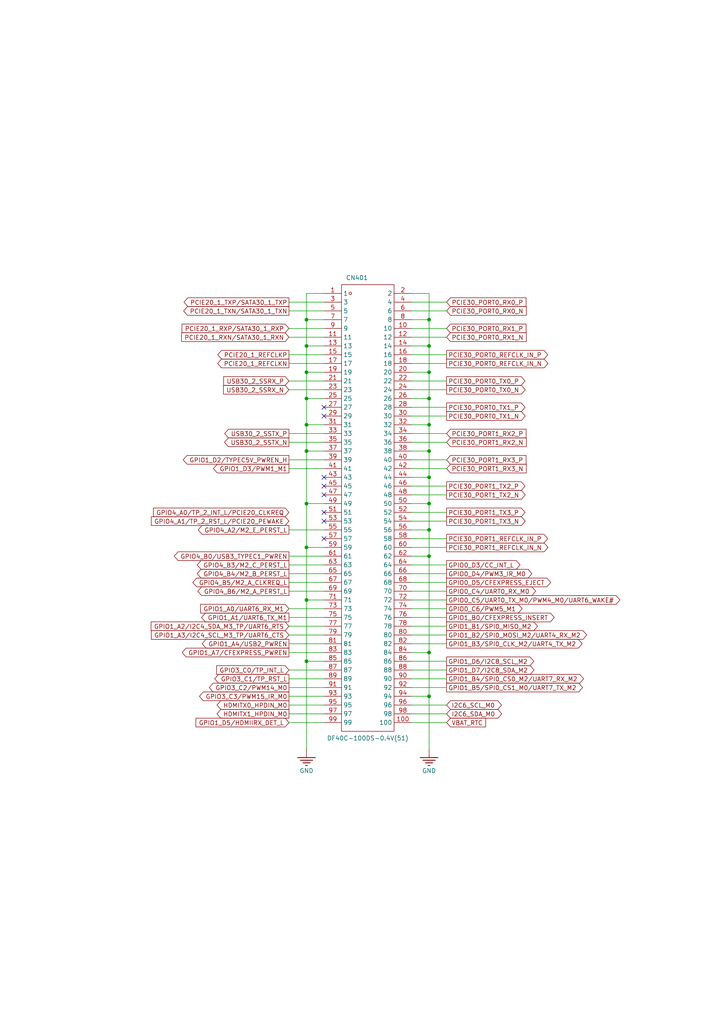
<source format=kicad_sch>
(kicad_sch (version 20250114) (generator "eeschema") (generator_version "9.0")
  (paper "A4" portrait)
  (lib_symbols
    (symbol "mainboard:DF40C-100DS-0.4V(51)"
      (symbol "DF40C-100DS-0.4V(51)_1_0"
        (rectangle (start -7.62 63.5) (end 7.62 -66.04))
        (circle (center -5.08 60.96) (radius 0.381))
        (pin input line (at -12.7 60.96 0) (length 5.08) (name "1") (number "1"))
        (pin input line (at -12.7 58.42 0) (length 5.08) (name "3") (number "3"))
        (pin input line (at -12.7 55.88 0) (length 5.08) (name "5") (number "5"))
        (pin input line (at -12.7 53.34 0) (length 5.08) (name "7") (number "7"))
        (pin input line (at -12.7 50.8 0) (length 5.08) (name "9") (number "9"))
        (pin input line (at -12.7 48.26 0) (length 5.08) (name "11") (number "11"))
        (pin input line (at -12.7 45.72 0) (length 5.08) (name "13") (number "13"))
        (pin input line (at -12.7 43.18 0) (length 5.08) (name "15") (number "15"))
        (pin input line (at -12.7 40.64 0) (length 5.08) (name "17") (number "17"))
        (pin input line (at -12.7 38.1 0) (length 5.08) (name "19") (number "19"))
        (pin input line (at -12.7 35.56 0) (length 5.08) (name "21") (number "21"))
        (pin input line (at -12.7 33.02 0) (length 5.08) (name "23") (number "23"))
        (pin input line (at -12.7 30.48 0) (length 5.08) (name "25") (number "25"))
        (pin input line (at -12.7 27.94 0) (length 5.08) (name "27") (number "27"))
        (pin input line (at -12.7 25.4 0) (length 5.08) (name "29") (number "29"))
        (pin input line (at -12.7 22.86 0) (length 5.08) (name "31") (number "31"))
        (pin input line (at -12.7 20.32 0) (length 5.08) (name "33") (number "33"))
        (pin input line (at -12.7 17.78 0) (length 5.08) (name "35") (number "35"))
        (pin input line (at -12.7 15.24 0) (length 5.08) (name "37") (number "37"))
        (pin input line (at -12.7 12.7 0) (length 5.08) (name "39") (number "39"))
        (pin input line (at -12.7 10.16 0) (length 5.08) (name "41") (number "41"))
        (pin input line (at -12.7 7.62 0) (length 5.08) (name "43") (number "43"))
        (pin input line (at -12.7 5.08 0) (length 5.08) (name "45") (number "45"))
        (pin input line (at -12.7 2.54 0) (length 5.08) (name "47") (number "47"))
        (pin input line (at -12.7 0 0) (length 5.08) (name "49") (number "49"))
        (pin input line (at -12.7 -2.54 0) (length 5.08) (name "51") (number "51"))
        (pin input line (at -12.7 -5.08 0) (length 5.08) (name "53") (number "53"))
        (pin input line (at -12.7 -7.62 0) (length 5.08) (name "55") (number "55"))
        (pin input line (at -12.7 -10.16 0) (length 5.08) (name "57") (number "57"))
        (pin input line (at -12.7 -12.7 0) (length 5.08) (name "59") (number "59"))
        (pin input line (at -12.7 -15.24 0) (length 5.08) (name "61") (number "61"))
        (pin input line (at -12.7 -17.78 0) (length 5.08) (name "63") (number "63"))
        (pin input line (at -12.7 -20.32 0) (length 5.08) (name "65") (number "65"))
        (pin input line (at -12.7 -22.86 0) (length 5.08) (name "67") (number "67"))
        (pin input line (at -12.7 -25.4 0) (length 5.08) (name "69") (number "69"))
        (pin input line (at -12.7 -27.94 0) (length 5.08) (name "71") (number "71"))
        (pin input line (at -12.7 -30.48 0) (length 5.08) (name "73") (number "73"))
        (pin input line (at -12.7 -33.02 0) (length 5.08) (name "75") (number "75"))
        (pin input line (at -12.7 -35.56 0) (length 5.08) (name "77") (number "77"))
        (pin input line (at -12.7 -38.1 0) (length 5.08) (name "79") (number "79"))
        (pin input line (at -12.7 -40.64 0) (length 5.08) (name "81") (number "81"))
        (pin input line (at -12.7 -43.18 0) (length 5.08) (name "83") (number "83"))
        (pin input line (at -12.7 -45.72 0) (length 5.08) (name "85") (number "85"))
        (pin input line (at -12.7 -48.26 0) (length 5.08) (name "87") (number "87"))
        (pin input line (at -12.7 -50.8 0) (length 5.08) (name "89") (number "89"))
        (pin input line (at -12.7 -53.34 0) (length 5.08) (name "91") (number "91"))
        (pin input line (at -12.7 -55.88 0) (length 5.08) (name "93") (number "93"))
        (pin input line (at -12.7 -58.42 0) (length 5.08) (name "95") (number "95"))
        (pin input line (at -12.7 -60.96 0) (length 5.08) (name "97") (number "97"))
        (pin input line (at -12.7 -63.5 0) (length 5.08) (name "99") (number "99"))
        (pin input line (at 12.7 60.96 180) (length 5.08) (name "2") (number "2"))
        (pin input line (at 12.7 58.42 180) (length 5.08) (name "4") (number "4"))
        (pin input line (at 12.7 55.88 180) (length 5.08) (name "6") (number "6"))
        (pin input line (at 12.7 53.34 180) (length 5.08) (name "8") (number "8"))
        (pin input line (at 12.7 50.8 180) (length 5.08) (name "10") (number "10"))
        (pin input line (at 12.7 48.26 180) (length 5.08) (name "12") (number "12"))
        (pin input line (at 12.7 45.72 180) (length 5.08) (name "14") (number "14"))
        (pin input line (at 12.7 43.18 180) (length 5.08) (name "16") (number "16"))
        (pin input line (at 12.7 40.64 180) (length 5.08) (name "18") (number "18"))
        (pin input line (at 12.7 38.1 180) (length 5.08) (name "20") (number "20"))
        (pin input line (at 12.7 35.56 180) (length 5.08) (name "22") (number "22"))
        (pin input line (at 12.7 33.02 180) (length 5.08) (name "24") (number "24"))
        (pin input line (at 12.7 30.48 180) (length 5.08) (name "26") (number "26"))
        (pin input line (at 12.7 27.94 180) (length 5.08) (name "28") (number "28"))
        (pin input line (at 12.7 25.4 180) (length 5.08) (name "30") (number "30"))
        (pin input line (at 12.7 22.86 180) (length 5.08) (name "32") (number "32"))
        (pin input line (at 12.7 20.32 180) (length 5.08) (name "34") (number "34"))
        (pin input line (at 12.7 17.78 180) (length 5.08) (name "36") (number "36"))
        (pin input line (at 12.7 15.24 180) (length 5.08) (name "38") (number "38"))
        (pin input line (at 12.7 12.7 180) (length 5.08) (name "40") (number "40"))
        (pin input line (at 12.7 10.16 180) (length 5.08) (name "42") (number "42"))
        (pin input line (at 12.7 7.62 180) (length 5.08) (name "44") (number "44"))
        (pin input line (at 12.7 5.08 180) (length 5.08) (name "46") (number "46"))
        (pin input line (at 12.7 2.54 180) (length 5.08) (name "48") (number "48"))
        (pin input line (at 12.7 0 180) (length 5.08) (name "50") (number "50"))
        (pin input line (at 12.7 -2.54 180) (length 5.08) (name "52") (number "52"))
        (pin input line (at 12.7 -5.08 180) (length 5.08) (name "54") (number "54"))
        (pin input line (at 12.7 -7.62 180) (length 5.08) (name "56") (number "56"))
        (pin input line (at 12.7 -10.16 180) (length 5.08) (name "58") (number "58"))
        (pin input line (at 12.7 -12.7 180) (length 5.08) (name "60") (number "60"))
        (pin input line (at 12.7 -15.24 180) (length 5.08) (name "62") (number "62"))
        (pin input line (at 12.7 -17.78 180) (length 5.08) (name "64") (number "64"))
        (pin input line (at 12.7 -20.32 180) (length 5.08) (name "66") (number "66"))
        (pin input line (at 12.7 -22.86 180) (length 5.08) (name "68") (number "68"))
        (pin input line (at 12.7 -25.4 180) (length 5.08) (name "70") (number "70"))
        (pin input line (at 12.7 -27.94 180) (length 5.08) (name "72") (number "72"))
        (pin input line (at 12.7 -30.48 180) (length 5.08) (name "74") (number "74"))
        (pin input line (at 12.7 -33.02 180) (length 5.08) (name "76") (number "76"))
        (pin input line (at 12.7 -35.56 180) (length 5.08) (name "78") (number "78"))
        (pin input line (at 12.7 -38.1 180) (length 5.08) (name "80") (number "80"))
        (pin input line (at 12.7 -40.64 180) (length 5.08) (name "82") (number "82"))
        (pin input line (at 12.7 -43.18 180) (length 5.08) (name "84") (number "84"))
        (pin input line (at 12.7 -45.72 180) (length 5.08) (name "86") (number "86"))
        (pin input line (at 12.7 -48.26 180) (length 5.08) (name "88") (number "88"))
        (pin input line (at 12.7 -50.8 180) (length 5.08) (name "90") (number "90"))
        (pin input line (at 12.7 -53.34 180) (length 5.08) (name "92") (number "92"))
        (pin input line (at 12.7 -55.88 180) (length 5.08) (name "94") (number "94"))
        (pin input line (at 12.7 -58.42 180) (length 5.08) (name "96") (number "96"))
        (pin input line (at 12.7 -60.96 180) (length 5.08) (name "98") (number "98"))
        (pin input line (at 12.7 -63.5 180) (length 5.08) (name "100") (number "100"))
      )
    )
    (symbol "mainboard:Ground-GND" (power) (pin_numbers (hide yes)) (pin_names (hide yes))
      (property "Value" "GND" (at 0 -6.35 0))
      (symbol "Ground-GND_1_0"
        (polyline (pts (xy -2.54 -2.54) (xy 2.54 -2.54)) (stroke (width 0.254)))
        (polyline (pts (xy -1.778 -3.302) (xy 1.778 -3.302)) (stroke (width 0.254)))
        (polyline (pts (xy -1.016 -4.064) (xy 1.016 -4.064)) (stroke (width 0.254)))
        (polyline (pts (xy -0.254 -4.826) (xy 0.254 -4.826)) (stroke (width 0.254)))
        (pin power_in line (at 0 0 270) (length 2.54) (name "") (number "1"))
      )
    )
  )
  (junction (at 124.46 138.43))
  (junction (at 88.9 100.33))
  (junction (at 88.9 173.99))
  (junction (at 124.46 201.93))
  (junction (at 88.9 130.81))
  (junction (at 124.46 189.23))
  (junction (at 124.46 130.81))
  (junction (at 124.46 146.05))
  (junction (at 124.46 115.57))
  (junction (at 88.9 123.19))
  (junction (at 88.9 107.95))
  (junction (at 88.9 115.57))
  (junction (at 124.46 92.71))
  (junction (at 124.46 161.29))
  (junction (at 124.46 153.67))
  (junction (at 88.9 191.77))
  (junction (at 88.9 158.75))
  (junction (at 88.9 92.71))
  (junction (at 124.46 107.95))
  (junction (at 124.46 123.19))
  (junction (at 88.9 146.05))
  (junction (at 124.46 100.33))
  (no_connect (at 93.98 143.51))
  (no_connect (at 93.98 118.11))
  (no_connect (at 93.98 138.43))
  (no_connect (at 93.98 151.13))
  (no_connect (at 93.98 140.97))
  (no_connect (at 93.98 120.65))
  (no_connect (at 93.98 148.59))
  (no_connect (at 93.98 156.21))
  (wire (pts (xy 88.9 92.71) (xy 93.98 92.71)))
  (wire (pts (xy 93.98 166.37) (xy 83.82 166.37)))
  (wire (pts (xy 88.9 100.33) (xy 93.98 100.33)))
  (wire (pts (xy 124.46 130.81) (xy 124.46 123.19)))
  (wire (pts (xy 93.98 199.39) (xy 83.82 199.39)))
  (wire (pts (xy 88.9 146.05) (xy 88.9 130.81)))
  (wire (pts (xy 93.98 179.07) (xy 83.82 179.07)))
  (wire (pts (xy 119.38 97.79) (xy 129.54 97.79)))
  (wire (pts (xy 93.98 128.27) (xy 83.82 128.27)))
  (wire (pts (xy 93.98 161.29) (xy 83.82 161.29)))
  (wire (pts (xy 119.38 196.85) (xy 129.54 196.85)))
  (wire (pts (xy 93.98 168.91) (xy 83.82 168.91)))
  (wire (pts (xy 93.98 125.73) (xy 83.82 125.73)))
  (wire (pts (xy 119.38 140.97) (xy 129.54 140.97)))
  (wire (pts (xy 88.9 130.81) (xy 88.9 123.19)))
  (wire (pts (xy 124.46 146.05) (xy 119.38 146.05)))
  (wire (pts (xy 93.98 97.79) (xy 83.82 97.79)))
  (wire (pts (xy 88.9 123.19) (xy 93.98 123.19)))
  (wire (pts (xy 124.46 92.71) (xy 124.46 85.09)))
  (wire (pts (xy 119.38 143.51) (xy 129.54 143.51)))
  (wire (pts (xy 88.9 107.95) (xy 93.98 107.95)))
  (wire (pts (xy 124.46 130.81) (xy 119.38 130.81)))
  (wire (pts (xy 124.46 92.71) (xy 119.38 92.71)))
  (wire (pts (xy 88.9 158.75) (xy 88.9 146.05)))
  (wire (pts (xy 93.98 181.61) (xy 83.82 181.61)))
  (wire (pts (xy 93.98 133.35) (xy 83.82 133.35)))
  (wire (pts (xy 119.38 133.35) (xy 129.54 133.35)))
  (wire (pts (xy 88.9 173.99) (xy 93.98 173.99)))
  (wire (pts (xy 119.38 90.17) (xy 129.54 90.17)))
  (wire (pts (xy 93.98 90.17) (xy 83.82 90.17)))
  (wire (pts (xy 119.38 179.07) (xy 129.54 179.07)))
  (wire (pts (xy 83.82 95.25) (xy 93.98 95.25)))
  (wire (pts (xy 119.38 95.25) (xy 129.54 95.25)))
  (wire (pts (xy 119.38 171.45) (xy 129.54 171.45)))
  (wire (pts (xy 119.38 113.03) (xy 129.54 113.03)))
  (wire (pts (xy 124.46 123.19) (xy 124.46 115.57)))
  (wire (pts (xy 93.98 201.93) (xy 83.82 201.93)))
  (wire (pts (xy 124.46 161.29) (xy 119.38 161.29)))
  (wire (pts (xy 119.38 166.37) (xy 129.54 166.37)))
  (wire (pts (xy 119.38 135.89) (xy 129.54 135.89)))
  (wire (pts (xy 88.9 92.71) (xy 88.9 85.09)))
  (wire (pts (xy 93.98 209.55) (xy 83.82 209.55)))
  (wire (pts (xy 93.98 204.47) (xy 83.82 204.47)))
  (wire (pts (xy 93.98 171.45) (xy 83.82 171.45)))
  (wire (pts (xy 119.38 128.27) (xy 129.54 128.27)))
  (wire (pts (xy 93.98 153.67) (xy 83.82 153.67)))
  (wire (pts (xy 93.98 186.69) (xy 83.82 186.69)))
  (wire (pts (xy 124.46 189.23) (xy 124.46 161.29)))
  (wire (pts (xy 119.38 173.99) (xy 129.54 173.99)))
  (wire (pts (xy 83.82 102.87) (xy 93.98 102.87)))
  (wire (pts (xy 119.38 184.15) (xy 129.54 184.15)))
  (wire (pts (xy 119.38 207.01) (xy 129.54 207.01)))
  (wire (pts (xy 124.46 107.95) (xy 124.46 100.33)))
  (wire (pts (xy 88.9 130.81) (xy 93.98 130.81)))
  (wire (pts (xy 124.46 138.43) (xy 119.38 138.43)))
  (wire (pts (xy 119.38 151.13) (xy 129.54 151.13)))
  (wire (pts (xy 119.38 168.91) (xy 129.54 168.91)))
  (wire (pts (xy 124.46 100.33) (xy 124.46 92.71)))
  (wire (pts (xy 119.38 209.55) (xy 129.54 209.55)))
  (wire (pts (xy 119.38 102.87) (xy 129.54 102.87)))
  (wire (pts (xy 88.9 158.75) (xy 93.98 158.75)))
  (wire (pts (xy 124.46 107.95) (xy 119.38 107.95)))
  (wire (pts (xy 124.46 189.23) (xy 119.38 189.23)))
  (wire (pts (xy 83.82 87.63) (xy 93.98 87.63)))
  (wire (pts (xy 88.9 115.57) (xy 88.9 107.95)))
  (wire (pts (xy 93.98 105.41) (xy 83.82 105.41)))
  (wire (pts (xy 119.38 163.83) (xy 129.54 163.83)))
  (wire (pts (xy 93.98 110.49) (xy 83.82 110.49)))
  (wire (pts (xy 93.98 135.89) (xy 83.82 135.89)))
  (wire (pts (xy 124.46 123.19) (xy 119.38 123.19)))
  (wire (pts (xy 124.46 85.09) (xy 119.38 85.09)))
  (wire (pts (xy 119.38 105.41) (xy 129.54 105.41)))
  (wire (pts (xy 119.38 156.21) (xy 129.54 156.21)))
  (wire (pts (xy 124.46 100.33) (xy 119.38 100.33)))
  (wire (pts (xy 119.38 204.47) (xy 129.54 204.47)))
  (wire (pts (xy 124.46 138.43) (xy 124.46 130.81)))
  (wire (pts (xy 88.9 217.17) (xy 88.9 191.77)))
  (wire (pts (xy 88.9 173.99) (xy 88.9 158.75)))
  (wire (pts (xy 119.38 186.69) (xy 129.54 186.69)))
  (wire (pts (xy 119.38 176.53) (xy 129.54 176.53)))
  (wire (pts (xy 88.9 146.05) (xy 93.98 146.05)))
  (wire (pts (xy 119.38 125.73) (xy 129.54 125.73)))
  (wire (pts (xy 119.38 181.61) (xy 129.54 181.61)))
  (wire (pts (xy 93.98 113.03) (xy 83.82 113.03)))
  (wire (pts (xy 119.38 118.11) (xy 129.54 118.11)))
  (wire (pts (xy 88.9 85.09) (xy 93.98 85.09)))
  (wire (pts (xy 124.46 153.67) (xy 119.38 153.67)))
  (wire (pts (xy 93.98 196.85) (xy 83.82 196.85)))
  (wire (pts (xy 124.46 201.93) (xy 119.38 201.93)))
  (wire (pts (xy 88.9 100.33) (xy 88.9 92.71)))
  (wire (pts (xy 119.38 199.39) (xy 129.54 199.39)))
  (wire (pts (xy 119.38 120.65) (xy 129.54 120.65)))
  (wire (pts (xy 124.46 201.93) (xy 124.46 189.23)))
  (wire (pts (xy 93.98 163.83) (xy 83.82 163.83)))
  (wire (pts (xy 88.9 191.77) (xy 93.98 191.77)))
  (wire (pts (xy 119.38 148.59) (xy 129.54 148.59)))
  (wire (pts (xy 119.38 158.75) (xy 129.54 158.75)))
  (wire (pts (xy 119.38 191.77) (xy 129.54 191.77)))
  (wire (pts (xy 88.9 115.57) (xy 93.98 115.57)))
  (wire (pts (xy 93.98 176.53) (xy 83.82 176.53)))
  (wire (pts (xy 124.46 115.57) (xy 124.46 107.95)))
  (wire (pts (xy 124.46 115.57) (xy 119.38 115.57)))
  (wire (pts (xy 119.38 194.31) (xy 129.54 194.31)))
  (wire (pts (xy 124.46 161.29) (xy 124.46 153.67)))
  (wire (pts (xy 124.46 217.17) (xy 124.46 201.93)))
  (wire (pts (xy 93.98 189.23) (xy 83.82 189.23)))
  (wire (pts (xy 124.46 153.67) (xy 124.46 146.05)))
  (wire (pts (xy 93.98 207.01) (xy 83.82 207.01)))
  (wire (pts (xy 83.82 184.15) (xy 93.98 184.15)))
  (wire (pts (xy 88.9 123.19) (xy 88.9 115.57)))
  (wire (pts (xy 124.46 146.05) (xy 124.46 138.43)))
  (wire (pts (xy 119.38 110.49) (xy 129.54 110.49)))
  (wire (pts (xy 88.9 107.95) (xy 88.9 100.33)))
  (wire (pts (xy 88.9 191.77) (xy 88.9 173.99)))
  (wire (pts (xy 93.98 194.31) (xy 83.82 194.31)))
  (wire (pts (xy 119.38 87.63) (xy 129.54 87.63)))
  (global_label "HDMITX1_HPDIN_M0" (shape output) (at 83.82 207.01 180) (property "Intersheetrefs" "${INTERSHEET_REFS}" (effects (hide yes))))
  (global_label "GPIO1_D6/I2C8_SCL_M2" (shape output) (at 129.54 191.77 0) (property "Intersheetrefs" "${INTERSHEET_REFS}" (effects (hide yes))))
  (global_label "USB30_2_SSRX_P" (shape input) (at 83.82 110.49 180) (property "Intersheetrefs" "${INTERSHEET_REFS}" (effects (hide yes))))
  (global_label "PCIE30_PORT1_RX3_N" (shape input) (at 129.54 135.89 0) (property "Intersheetrefs" "${INTERSHEET_REFS}" (effects (hide yes))))
  (global_label "GPIO1_A4/USB2_PWREN" (shape output) (at 83.82 186.69 180) (property "Intersheetrefs" "${INTERSHEET_REFS}" (effects (hide yes))))
  (global_label "PCIE30_PORT1_REFCLK_IN_N" (shape output) (at 129.54 158.75 0) (property "Intersheetrefs" "${INTERSHEET_REFS}" (effects (hide yes))))
  (global_label "GPIO1_B5/SPI0_CS1_M0/UART7_TX_M2" (shape output) (at 129.54 199.39 0) (property "Intersheetrefs" "${INTERSHEET_REFS}" (effects (hide yes))))
  (global_label "VBAT_RTC" (shape input) (at 129.54 209.55 0) (property "Intersheetrefs" "${INTERSHEET_REFS}" (effects (hide yes))))
  (global_label "GPIO3_C0/TP_INT_L" (shape input) (at 83.82 194.31 180) (property "Intersheetrefs" "${INTERSHEET_REFS}" (effects (hide yes))))
  (global_label "PCIE30_PORT0_TX1_P" (shape output) (at 129.54 118.11 0) (property "Intersheetrefs" "${INTERSHEET_REFS}" (effects (hide yes))))
  (global_label "PCIE30_PORT1_TX3_N" (shape output) (at 129.54 151.13 0) (property "Intersheetrefs" "${INTERSHEET_REFS}" (effects (hide yes))))
  (global_label "USB30_2_SSRX_N" (shape input) (at 83.82 113.03 180) (property "Intersheetrefs" "${INTERSHEET_REFS}" (effects (hide yes))))
  (global_label "GPIO1_A0/UART6_RX_M1" (shape input) (at 83.82 176.53 180) (property "Intersheetrefs" "${INTERSHEET_REFS}" (effects (hide yes))))
  (global_label "GPIO4_B6/M2_A_PERST_L" (shape output) (at 83.82 171.45 180) (property "Intersheetrefs" "${INTERSHEET_REFS}" (effects (hide yes))))
  (global_label "PCIE30_PORT0_TX0_N" (shape output) (at 129.54 113.03 0) (property "Intersheetrefs" "${INTERSHEET_REFS}" (effects (hide yes))))
  (global_label "GPIO4_A1/TP_2_RST_L/PCIE20_PEWAKE" (shape input) (at 83.82 151.13 180) (property "Intersheetrefs" "${INTERSHEET_REFS}" (effects (hide yes))))
  (global_label "GPIO1_A3/I2C4_SCL_M3_TP/UART6_CTS" (shape input) (at 83.82 184.15 180) (property "Intersheetrefs" "${INTERSHEET_REFS}" (effects (hide yes))))
  (global_label "GPIO1_B2/SPI0_MOSI_M2/UART4_RX_M2" (shape output) (at 129.54 184.15 0) (property "Intersheetrefs" "${INTERSHEET_REFS}" (effects (hide yes))))
  (global_label "GPIO1_D2/TYPEC5V_PWREN_H" (shape output) (at 83.82 133.35 180) (property "Intersheetrefs" "${INTERSHEET_REFS}" (effects (hide yes))))
  (global_label "GPIO4_A2/M2_E_PERST_L" (shape output) (at 83.82 153.67 180) (property "Intersheetrefs" "${INTERSHEET_REFS}" (effects (hide yes))))
  (global_label "GPIO0_D4/PWM3_IR_M0" (shape output) (at 129.54 166.37 0) (property "Intersheetrefs" "${INTERSHEET_REFS}" (effects (hide yes))))
  (global_label "GPIO1_D7/I2C8_SDA_M2" (shape output) (at 129.54 194.31 0) (property "Intersheetrefs" "${INTERSHEET_REFS}" (effects (hide yes))))
  (global_label "GPIO1_B1/SPI0_MISO_M2" (shape output) (at 129.54 181.61 0) (property "Intersheetrefs" "${INTERSHEET_REFS}" (effects (hide yes))))
  (global_label "PCIE30_PORT1_RX3_P" (shape input) (at 129.54 133.35 0) (property "Intersheetrefs" "${INTERSHEET_REFS}" (effects (hide yes))))
  (global_label "PCIE30_PORT0_TX0_P" (shape output) (at 129.54 110.49 0) (property "Intersheetrefs" "${INTERSHEET_REFS}" (effects (hide yes))))
  (global_label "PCIE20_1_TXN/SATA30_1_TXN" (shape output) (at 83.82 90.17 180) (property "Intersheetrefs" "${INTERSHEET_REFS}" (effects (hide yes))))
  (global_label "GPIO0_C5/UART0_TX_M0/PWM4_M0/UART6_WAKE#" (shape output) (at 129.54 173.99 0) (property "Intersheetrefs" "${INTERSHEET_REFS}" (effects (hide yes))))
  (global_label "HDMITX0_HPDIN_M0" (shape output) (at 83.82 204.47 180) (property "Intersheetrefs" "${INTERSHEET_REFS}" (effects (hide yes))))
  (global_label "PCIE20_1_REFCLKN" (shape output) (at 83.82 105.41 180) (property "Intersheetrefs" "${INTERSHEET_REFS}" (effects (hide yes))))
  (global_label "PCIE30_PORT1_TX3_P" (shape output) (at 129.54 148.59 0) (property "Intersheetrefs" "${INTERSHEET_REFS}" (effects (hide yes))))
  (global_label "PCIE30_PORT0_TX1_N" (shape output) (at 129.54 120.65 0) (property "Intersheetrefs" "${INTERSHEET_REFS}" (effects (hide yes))))
  (global_label "PCIE30_PORT1_REFCLK_IN_P" (shape output) (at 129.54 156.21 0) (property "Intersheetrefs" "${INTERSHEET_REFS}" (effects (hide yes))))
  (global_label "PCIE30_PORT0_REFCLK_IN_N" (shape output) (at 129.54 105.41 0) (property "Intersheetrefs" "${INTERSHEET_REFS}" (effects (hide yes))))
  (global_label "PCIE20_1_RXP/SATA30_1_RXP" (shape input) (at 83.82 95.25 180) (property "Intersheetrefs" "${INTERSHEET_REFS}" (effects (hide yes))))
  (global_label "GPIO1_B0/CFEXPRESS_INSERT" (shape output) (at 129.54 179.07 0) (property "Intersheetrefs" "${INTERSHEET_REFS}" (effects (hide yes))))
  (global_label "GPIO3_C1/TP_RST_L" (shape output) (at 83.82 196.85 180) (property "Intersheetrefs" "${INTERSHEET_REFS}" (effects (hide yes))))
  (global_label "PCIE20_1_TXP/SATA30_1_TXP" (shape output) (at 83.82 87.63 180) (property "Intersheetrefs" "${INTERSHEET_REFS}" (effects (hide yes))))
  (global_label "USB30_2_SSTX_P" (shape output) (at 83.82 125.73 180) (property "Intersheetrefs" "${INTERSHEET_REFS}" (effects (hide yes))))
  (global_label "I2C6_SCL_M0" (shape bidirectional) (at 129.54 204.47 0) (property "Intersheetrefs" "${INTERSHEET_REFS}" (effects (hide yes))))
  (global_label "PCIE20_1_RXN/SATA30_1_RXN" (shape input) (at 83.82 97.79 180) (property "Intersheetrefs" "${INTERSHEET_REFS}" (effects (hide yes))))
  (global_label "GPIO0_C6/PWM5_M1" (shape output) (at 129.54 176.53 0) (property "Intersheetrefs" "${INTERSHEET_REFS}" (effects (hide yes))))
  (global_label "PCIE30_PORT1_TX2_N" (shape output) (at 129.54 143.51 0) (property "Intersheetrefs" "${INTERSHEET_REFS}" (effects (hide yes))))
  (global_label "I2C6_SDA_M0" (shape bidirectional) (at 129.54 207.01 0) (property "Intersheetrefs" "${INTERSHEET_REFS}" (effects (hide yes))))
  (global_label "GPIO1_A1/UART6_TX_M1" (shape output) (at 83.82 179.07 180) (property "Intersheetrefs" "${INTERSHEET_REFS}" (effects (hide yes))))
  (global_label "GPIO0_C4/UART0_RX_M0" (shape output) (at 129.54 171.45 0) (property "Intersheetrefs" "${INTERSHEET_REFS}" (effects (hide yes))))
  (global_label "GPIO4_B0/USB3_TYPEC1_PWREN" (shape output) (at 83.82 161.29 180) (property "Intersheetrefs" "${INTERSHEET_REFS}" (effects (hide yes))))
  (global_label "PCIE30_PORT1_RX2_P" (shape input) (at 129.54 125.73 0) (property "Intersheetrefs" "${INTERSHEET_REFS}" (effects (hide yes))))
  (global_label "GPIO1_D3/PWM1_M1" (shape output) (at 83.82 135.89 180) (property "Intersheetrefs" "${INTERSHEET_REFS}" (effects (hide yes))))
  (global_label "PCIE30_PORT0_REFCLK_IN_P" (shape output) (at 129.54 102.87 0) (property "Intersheetrefs" "${INTERSHEET_REFS}" (effects (hide yes))))
  (global_label "PCIE30_PORT1_TX2_P" (shape output) (at 129.54 140.97 0) (property "Intersheetrefs" "${INTERSHEET_REFS}" (effects (hide yes))))
  (global_label "GPIO1_B3/SPI0_CLK_M2/UART4_TX_M2" (shape output) (at 129.54 186.69 0) (property "Intersheetrefs" "${INTERSHEET_REFS}" (effects (hide yes))))
  (global_label "GPIO4_A0/TP_2_INT_L/PCIE20_CLKREQ" (shape input) (at 83.82 148.59 180) (property "Intersheetrefs" "${INTERSHEET_REFS}" (effects (hide yes))))
  (global_label "GPIO1_B4/SPI0_CS0_M2/UART7_RX_M2" (shape output) (at 129.54 196.85 0) (property "Intersheetrefs" "${INTERSHEET_REFS}" (effects (hide yes))))
  (global_label "GPIO1_D5/HDMIIRX_DET_L" (shape input) (at 83.82 209.55 180) (property "Intersheetrefs" "${INTERSHEET_REFS}" (effects (hide yes))))
  (global_label "PCIE30_PORT1_RX2_N" (shape input) (at 129.54 128.27 0) (property "Intersheetrefs" "${INTERSHEET_REFS}" (effects (hide yes))))
  (global_label "PCIE30_PORT0_RX0_P" (shape input) (at 129.54 87.63 0) (property "Intersheetrefs" "${INTERSHEET_REFS}" (effects (hide yes))))
  (global_label "PCIE30_PORT0_RX1_P" (shape input) (at 129.54 95.25 0) (property "Intersheetrefs" "${INTERSHEET_REFS}" (effects (hide yes))))
  (global_label "GPIO0_D5/CFEXPRESS_EJECT" (shape output) (at 129.54 168.91 0) (property "Intersheetrefs" "${INTERSHEET_REFS}" (effects (hide yes))))
  (global_label "PCIE20_1_REFCLKP" (shape output) (at 83.82 102.87 180) (property "Intersheetrefs" "${INTERSHEET_REFS}" (effects (hide yes))))
  (global_label "GPIO0_D3/CC_INT_L" (shape output) (at 129.54 163.83 0) (property "Intersheetrefs" "${INTERSHEET_REFS}" (effects (hide yes))))
  (global_label "GPIO3_C3/PWM15_IR_M0" (shape output) (at 83.82 201.93 180) (property "Intersheetrefs" "${INTERSHEET_REFS}" (effects (hide yes))))
  (global_label "GPIO1_A7/CFEXPRESS_PWREN" (shape output) (at 83.82 189.23 180) (property "Intersheetrefs" "${INTERSHEET_REFS}" (effects (hide yes))))
  (global_label "PCIE30_PORT0_RX1_N" (shape input) (at 129.54 97.79 0) (property "Intersheetrefs" "${INTERSHEET_REFS}" (effects (hide yes))))
  (global_label "GPIO4_B3/M2_C_PERST_L" (shape output) (at 83.82 163.83 180) (property "Intersheetrefs" "${INTERSHEET_REFS}" (effects (hide yes))))
  (global_label "USB30_2_SSTX_N" (shape output) (at 83.82 128.27 180) (property "Intersheetrefs" "${INTERSHEET_REFS}" (effects (hide yes))))
  (global_label "PCIE30_PORT0_RX0_N" (shape input) (at 129.54 90.17 0) (property "Intersheetrefs" "${INTERSHEET_REFS}" (effects (hide yes))))
  (global_label "GPIO3_C2/PWM14_M0" (shape output) (at 83.82 199.39 180) (property "Intersheetrefs" "${INTERSHEET_REFS}" (effects (hide yes))))
  (global_label "GPIO1_A2/I2C4_SDA_M3_TP/UART6_RTS" (shape input) (at 83.82 181.61 180) (property "Intersheetrefs" "${INTERSHEET_REFS}" (effects (hide yes))))
  (global_label "GPIO4_B5/M2_A_CLKREQ_L" (shape output) (at 83.82 168.91 180) (property "Intersheetrefs" "${INTERSHEET_REFS}" (effects (hide yes))))
  (global_label "GPIO4_B4/M2_B_PERST_L" (shape output) (at 83.82 166.37 180) (property "Intersheetrefs" "${INTERSHEET_REFS}" (effects (hide yes))))
  (symbol (lib_id "mainboard:DF40C-100DS-0.4V(51)") (at 106.68 146.05 0) (unit 1)
    (property "Reference" "CN401" (at 100.33 81.28 0) (effects (justify left bottom)))
    (property "Value" "DF40C-100DS-0.4V(51)" (at 106.68 213.36 0) (effects (justify top)))
    (property "Footprint" "mainboard:CONN-SMD_DF40C-100DS-0.4V-51" (effects (hide yes)))
    (property "Datasheet" "https://atta.szlcsc.com/upload/public/pdf/source/20200611/C597932_F50447A8BD413549CB06DCD4A9C7496A.pdf" (effects (hide yes)))
    (property "Description" "Number of Pins:- Pitch:0.4mm Gender:Female Mounting Style:Brick nogging Number of Rows:2 Current Rating (Max):300mA Contact Plating:Gold Operating Temperature Range:-35°C~+85°C Operating Temperature Range:-35°C~+85°C" (effects (hide yes)))
    (property "Manufacturer Part" "DF40C-100DS-0.4V(51)" (effects (hide yes)))
    (property "Manufacturer" "HRS(广濑)" (effects (hide yes)))
    (property "Supplier Part" "C597931" (effects (hide yes)))
    (property "Supplier" "LCSC" (effects (hide yes)))
    (property "LCSC Part Name" "间距:0.4mm 母 立贴" (effects (hide yes)))
  )
  (symbol (lib_id "mainboard:Ground-GND") (at 88.9 217.17 0) (unit 1)
    (property "Reference" "#PWR0401" (effects (hide yes)))
    (property "Value" "GND" (at 88.9 223.52 0))
    (property "Footprint" "mainboard:" (effects (hide yes)))
  )
  (symbol (lib_id "mainboard:Ground-GND") (at 124.46 217.17 0) (unit 1)
    (property "Reference" "#PWR0402" (effects (hide yes)))
    (property "Value" "GND" (at 124.46 223.52 0))
    (property "Footprint" "mainboard:" (effects (hide yes)))
  )
)
</source>
